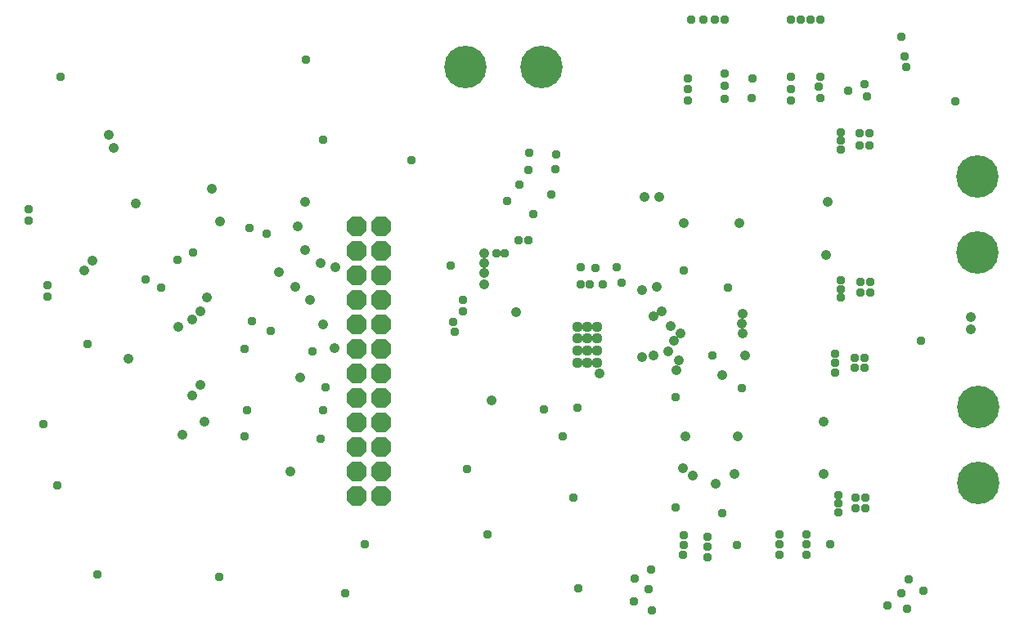
<source format=gbr>
G04 EAGLE Gerber RS-274X export*
G75*
%MOMM*%
%FSLAX34Y34*%
%LPD*%
%INSoldermask Bottom*%
%IPPOS*%
%AMOC8*
5,1,8,0,0,1.08239X$1,22.5*%
G01*
%ADD10C,1.111200*%
%ADD11C,4.394200*%
%ADD12P,2.254402X8X292.500000*%
%ADD13C,1.059600*%
%ADD14C,0.959600*%


D10*
X581660Y313690D03*
X591820Y313690D03*
X601980Y313690D03*
X591820Y276860D03*
X601980Y276860D03*
X581660Y276860D03*
X581660Y289560D03*
X591820Y289560D03*
X601980Y289560D03*
X601980Y302260D03*
X591820Y302260D03*
X581660Y302260D03*
D11*
X996950Y152400D03*
X996950Y231140D03*
X995680Y469900D03*
X995680Y391160D03*
X544830Y582930D03*
X466090Y582930D03*
D12*
X353060Y417830D03*
X378460Y417830D03*
X353060Y392430D03*
X378460Y392430D03*
X353060Y367030D03*
X378460Y367030D03*
X353060Y341630D03*
X378460Y341630D03*
X353060Y316230D03*
X378460Y316230D03*
X353060Y290830D03*
X378460Y290830D03*
X353060Y265430D03*
X378460Y265430D03*
X353060Y240030D03*
X378460Y240030D03*
X353060Y214630D03*
X378460Y214630D03*
X353060Y189230D03*
X378460Y189230D03*
X353060Y163830D03*
X378460Y163830D03*
X353060Y138430D03*
X378460Y138430D03*
D13*
X692150Y421640D03*
X693420Y200660D03*
X684530Y269240D03*
X669290Y330200D03*
D14*
X937260Y299720D03*
X683260Y127000D03*
X731520Y120650D03*
X683260Y241300D03*
X721360Y284480D03*
X737870Y354330D03*
X692150Y372110D03*
X751840Y250190D03*
X972820Y547370D03*
X585470Y358140D03*
X594360Y358140D03*
X608330Y358140D03*
X627380Y359410D03*
X585470Y375920D03*
X600710Y374650D03*
X622300Y375920D03*
X560070Y492760D03*
X558800Y477520D03*
X554990Y450850D03*
X535940Y430530D03*
X532130Y494030D03*
X530860Y476250D03*
X521970Y461010D03*
X509270Y444500D03*
X566420Y200660D03*
X467360Y166370D03*
X577850Y137160D03*
X488950Y99060D03*
X582930Y43180D03*
X361950Y88900D03*
X341630Y38100D03*
X85090Y57150D03*
X210820Y54610D03*
X13970Y424180D03*
X33020Y356870D03*
X33020Y345440D03*
X13970Y435610D03*
X29210Y213360D03*
X46990Y572770D03*
X300990Y590550D03*
X318770Y508000D03*
X410210Y486410D03*
X450850Y377190D03*
X463550Y341630D03*
X463550Y330200D03*
X453390Y318770D03*
X454660Y308610D03*
X497840Y389890D03*
X506730Y389890D03*
X520700Y403860D03*
X530860Y403860D03*
X699770Y632460D03*
X712470Y632460D03*
X723900Y632460D03*
X802640Y632460D03*
X812800Y632460D03*
X822960Y632460D03*
X833120Y632460D03*
X734060Y632460D03*
X167640Y383540D03*
X184150Y391160D03*
X242570Y416560D03*
X260350Y410210D03*
X245110Y320040D03*
X264160Y309880D03*
X237490Y290830D03*
X307340Y288290D03*
X43180Y149860D03*
X74930Y295910D03*
X134620Y363220D03*
X151130Y354330D03*
X547370Y228600D03*
X581660Y229870D03*
X924560Y52070D03*
X916940Y38100D03*
X902970Y25400D03*
X657860Y62230D03*
X655320Y41910D03*
X659130Y20320D03*
X641350Y53340D03*
X640080Y29210D03*
X939800Y40640D03*
X923290Y21590D03*
X920750Y594360D03*
X922020Y582930D03*
X916940Y614680D03*
X240030Y227330D03*
X237490Y200660D03*
X316230Y198120D03*
X318770Y227330D03*
X321310Y251460D03*
D13*
X492760Y237490D03*
X518160Y328930D03*
X292100Y417830D03*
X289560Y355600D03*
X299720Y393700D03*
X299720Y443230D03*
X124460Y441960D03*
X116840Y280670D03*
X304800Y341630D03*
X294640Y261620D03*
X318770Y316230D03*
X316230Y379730D03*
X330200Y292100D03*
X331470Y375920D03*
X191770Y254000D03*
X191770Y330200D03*
X182880Y242570D03*
X182880Y321310D03*
X195580Y215900D03*
X198120Y344170D03*
X172720Y201930D03*
X168910Y313690D03*
X284480Y163830D03*
X273050Y370840D03*
X203200Y457200D03*
X212090Y422910D03*
X101600Y499110D03*
X80010Y382270D03*
X96520Y513080D03*
X71120Y372110D03*
X666750Y448310D03*
X664210Y355600D03*
X840740Y443230D03*
X839470Y388620D03*
X749300Y421640D03*
X660400Y325120D03*
X753110Y327660D03*
X678180Y314960D03*
X989330Y323850D03*
X753110Y307340D03*
X681990Y299720D03*
X651510Y448310D03*
X648970Y351790D03*
X751840Y317572D03*
X688347Y307630D03*
X485140Y358140D03*
X485140Y369570D03*
X485140Y379730D03*
X485140Y389890D03*
D14*
X695960Y571500D03*
X695960Y560070D03*
X695960Y548640D03*
X734060Y576580D03*
X734060Y563880D03*
X734060Y549910D03*
X763270Y571500D03*
X762000Y551180D03*
X802640Y572770D03*
X802640Y560070D03*
X802640Y548640D03*
X833120Y572770D03*
X831850Y562610D03*
X833120Y551180D03*
X878840Y565150D03*
X881380Y552450D03*
X862330Y558800D03*
X692150Y97790D03*
X692150Y87630D03*
X690880Y77470D03*
X716280Y96520D03*
X716280Y86360D03*
X716280Y74930D03*
X746760Y87630D03*
X791210Y99060D03*
X791210Y88900D03*
X791210Y77470D03*
X819150Y99060D03*
X819150Y88900D03*
X819150Y77470D03*
X843280Y88900D03*
X873760Y514350D03*
X883920Y514350D03*
X873760Y501650D03*
X883920Y501650D03*
X854710Y515620D03*
X854710Y506730D03*
X854710Y497840D03*
X875030Y360680D03*
X885190Y360680D03*
X875030Y349250D03*
X885190Y349250D03*
X854710Y361950D03*
X854710Y353060D03*
X854710Y344170D03*
X868680Y281940D03*
X878840Y281940D03*
X878840Y271780D03*
X868680Y271780D03*
X848360Y285750D03*
X848360Y276860D03*
X848360Y266700D03*
X869950Y137160D03*
X880110Y137160D03*
X869950Y125730D03*
X880110Y125730D03*
X852170Y139700D03*
X852170Y130810D03*
X852170Y121920D03*
D13*
X690880Y167640D03*
X675640Y288290D03*
X989330Y311150D03*
X701040Y160020D03*
X660400Y284480D03*
X725170Y151130D03*
X648970Y282436D03*
X755360Y284480D03*
X731520Y264160D03*
X836930Y215900D03*
X836930Y161290D03*
X744220Y161290D03*
X604520Y265430D03*
X748030Y200660D03*
X687070Y279400D03*
M02*

</source>
